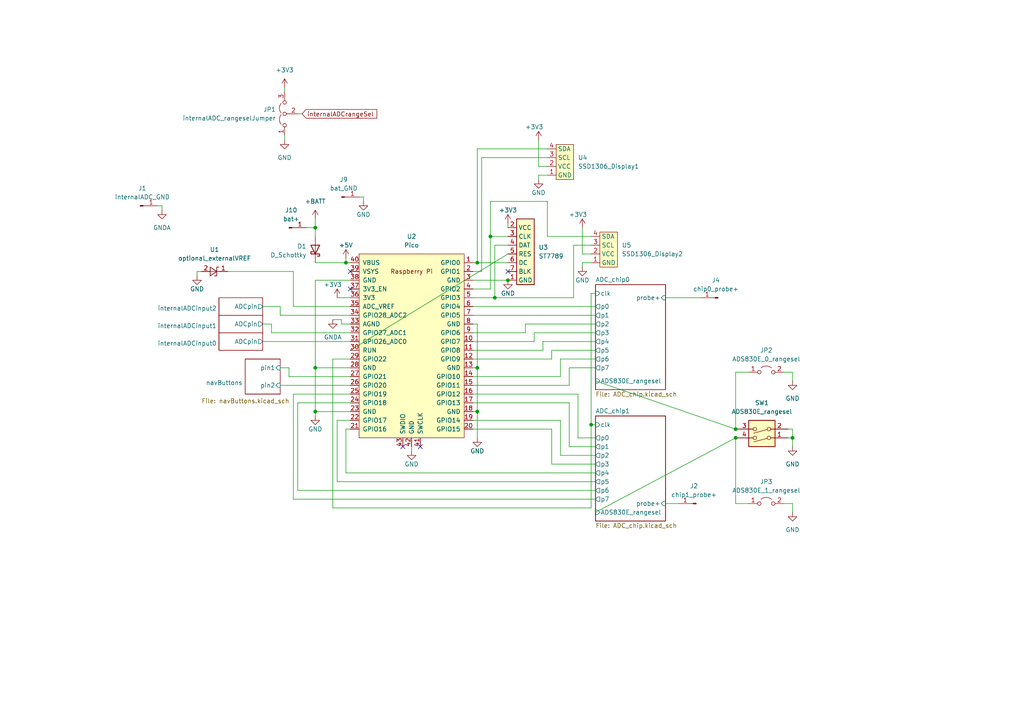
<source format=kicad_sch>
(kicad_sch (version 20211123) (generator eeschema)
  (paper "A4")
  (lib_symbols
    (symbol "Connector:Conn_01x01_Male" (pin_names (offset 1.016) hide)
      (property "Reference" "J" (at 0 2.54 0))
      (property "Value" "Conn_01x01_Male" (at 0 -2.54 0))
      (symbol "Conn_01x01_Male_1_1"
        (polyline (pts (xy 1.27 0) (xy 0.8636 0)) (stroke (width 0.1524)))
        (rectangle (start 0.8636 0.127) (end 0 -0.127) (stroke (width 0.1524)) (fill (type outline)))
        (pin passive line (at 5.08 0 180) (length 3.81) (name "Pin_1") (number "1"))
      )
    )
    (symbol "Device:D_Schottky" (pin_numbers hide) (pin_names (offset 1.016) hide)
      (property "Reference" "D" (at 0 2.54 0))
      (property "Value" "D_Schottky" (at 0 -2.54 0))
      (symbol "D_Schottky_0_1"
        (polyline (pts (xy 1.27 0) (xy -1.27 0)))
        (polyline (pts (xy 1.27 1.27) (xy 1.27 -1.27) (xy -1.27 0) (xy 1.27 1.27)) (stroke (width 0.254)))
        (polyline (pts (xy -1.905 0.635) (xy -1.905 1.27) (xy -1.27 1.27) (xy -1.27 -1.27) (xy -0.635 -1.27) (xy -0.635 -0.635)) (stroke (width 0.254)))
      )
      (symbol "D_Schottky_1_1"
        (pin passive line (at -3.81 0 0) (length 2.54) (name "K") (number "1"))
        (pin passive line (at 3.81 0 180) (length 2.54) (name "A") (number "2"))
      )
    )
    (symbol "Jumper:Jumper_2_Open" (pin_names (offset 0) hide)
      (property "Reference" "JP" (at 0 2.794 0))
      (property "Value" "Jumper_2_Open" (at 0 -2.286 0))
      (symbol "Jumper_2_Open_0_0"
        (circle (center -2.032 0) (radius 0.508))
        (circle (center 2.032 0) (radius 0.508))
      )
      (symbol "Jumper_2_Open_0_1"
        (arc (start 1.524 1.27) (mid 0 1.778) (end -1.524 1.27))
      )
      (symbol "Jumper_2_Open_1_1"
        (pin passive line (at -5.08 0 0) (length 2.54) (name "A") (number "1"))
        (pin passive line (at 5.08 0 180) (length 2.54) (name "B") (number "2"))
      )
    )
    (symbol "Jumper:Jumper_3_Open" (pin_names (offset 0) hide)
      (property "Reference" "JP" (at -2.54 -2.54 0))
      (property "Value" "Jumper_3_Open" (at 0 2.794 0))
      (symbol "Jumper_3_Open_0_0"
        (circle (center -3.302 0) (radius 0.508))
        (circle (center 0 0) (radius 0.508))
        (circle (center 3.302 0) (radius 0.508))
      )
      (symbol "Jumper_3_Open_0_1"
        (arc (start -0.254 1.016) (mid -1.651 1.4992) (end -3.048 1.016))
        (polyline (pts (xy 0 -0.508) (xy 0 -1.27)))
        (arc (start 3.048 1.016) (mid 1.651 1.4992) (end 0.254 1.016))
      )
      (symbol "Jumper_3_Open_1_1"
        (pin passive line (at -6.35 0 0) (length 2.54) (name "A") (number "1"))
        (pin passive line (at 0 -3.81 90) (length 2.54) (name "C") (number "2"))
        (pin passive line (at 6.35 0 180) (length 2.54) (name "B") (number "3"))
      )
    )
    (symbol "RPi_Pico:Pico" (pin_names (offset 1.016))
      (property "Reference" "U" (at -13.97 27.94 0))
      (property "Value" "Pico" (at 0 19.05 0))
      (symbol "Pico_0_0"
        (text "Raspberry Pi" (at 0 21.59 0) (effects (font (size 1.27 1.27))))
      )
      (symbol "Pico_0_1"
        (rectangle (start -15.24 26.67) (end 15.24 -26.67) (fill (type background)))
      )
      (symbol "Pico_1_1"
        (pin bidirectional line (at -17.78 24.13 0) (length 2.54) (name "GPIO0") (number "1"))
        (pin bidirectional line (at -17.78 1.27 0) (length 2.54) (name "GPIO7") (number "10"))
        (pin bidirectional line (at -17.78 -1.27 0) (length 2.54) (name "GPIO8") (number "11"))
        (pin bidirectional line (at -17.78 -3.81 0) (length 2.54) (name "GPIO9") (number "12"))
        (pin power_in line (at -17.78 -6.35 0) (length 2.54) (name "GND") (number "13"))
        (pin bidirectional line (at -17.78 -8.89 0) (length 2.54) (name "GPIO10") (number "14"))
        (pin bidirectional line (at -17.78 -11.43 0) (length 2.54) (name "GPIO11") (number "15"))
        (pin bidirectional line (at -17.78 -13.97 0) (length 2.54) (name "GPIO12") (number "16"))
        (pin bidirectional line (at -17.78 -16.51 0) (length 2.54) (name "GPIO13") (number "17"))
        (pin power_in line (at -17.78 -19.05 0) (length 2.54) (name "GND") (number "18"))
        (pin bidirectional line (at -17.78 -21.59 0) (length 2.54) (name "GPIO14") (number "19"))
        (pin bidirectional line (at -17.78 21.59 0) (length 2.54) (name "GPIO1") (number "2"))
        (pin bidirectional line (at -17.78 -24.13 0) (length 2.54) (name "GPIO15") (number "20"))
        (pin bidirectional line (at 17.78 -24.13 180) (length 2.54) (name "GPIO16") (number "21"))
        (pin bidirectional line (at 17.78 -21.59 180) (length 2.54) (name "GPIO17") (number "22"))
        (pin power_in line (at 17.78 -19.05 180) (length 2.54) (name "GND") (number "23"))
        (pin bidirectional line (at 17.78 -16.51 180) (length 2.54) (name "GPIO18") (number "24"))
        (pin bidirectional line (at 17.78 -13.97 180) (length 2.54) (name "GPIO19") (number "25"))
        (pin bidirectional line (at 17.78 -11.43 180) (length 2.54) (name "GPIO20") (number "26"))
        (pin bidirectional line (at 17.78 -8.89 180) (length 2.54) (name "GPIO21") (number "27"))
        (pin power_in line (at 17.78 -6.35 180) (length 2.54) (name "GND") (number "28"))
        (pin bidirectional line (at 17.78 -3.81 180) (length 2.54) (name "GPIO22") (number "29"))
        (pin power_in line (at -17.78 19.05 0) (length 2.54) (name "GND") (number "3"))
        (pin input line (at 17.78 -1.27 180) (length 2.54) (name "RUN") (number "30"))
        (pin bidirectional line (at 17.78 1.27 180) (length 2.54) (name "GPIO26_ADC0") (number "31"))
        (pin bidirectional line (at 17.78 3.81 180) (length 2.54) (name "GPIO27_ADC1") (number "32"))
        (pin power_in line (at 17.78 6.35 180) (length 2.54) (name "AGND") (number "33"))
        (pin bidirectional line (at 17.78 8.89 180) (length 2.54) (name "GPIO28_ADC2") (number "34"))
        (pin unspecified line (at 17.78 11.43 180) (length 2.54) (name "ADC_VREF") (number "35"))
        (pin unspecified line (at 17.78 13.97 180) (length 2.54) (name "3V3") (number "36"))
        (pin input line (at 17.78 16.51 180) (length 2.54) (name "3V3_EN") (number "37"))
        (pin bidirectional line (at 17.78 19.05 180) (length 2.54) (name "GND") (number "38"))
        (pin unspecified line (at 17.78 21.59 180) (length 2.54) (name "VSYS") (number "39"))
        (pin bidirectional line (at -17.78 16.51 0) (length 2.54) (name "GPIO2") (number "4"))
        (pin unspecified line (at 17.78 24.13 180) (length 2.54) (name "VBUS") (number "40"))
        (pin input line (at -2.54 -29.21 90) (length 2.54) (name "SWCLK") (number "41"))
        (pin power_in line (at 0 -29.21 90) (length 2.54) (name "GND") (number "42"))
        (pin bidirectional line (at 2.54 -29.21 90) (length 2.54) (name "SWDIO") (number "43"))
        (pin bidirectional line (at -17.78 13.97 0) (length 2.54) (name "GPIO3") (number "5"))
        (pin bidirectional line (at -17.78 11.43 0) (length 2.54) (name "GPIO4") (number "6"))
        (pin bidirectional line (at -17.78 8.89 0) (length 2.54) (name "GPIO5") (number "7"))
        (pin power_in line (at -17.78 6.35 0) (length 2.54) (name "GND") (number "8"))
        (pin bidirectional line (at -17.78 3.81 0) (length 2.54) (name "GPIO6") (number "9"))
      )
    )
    (symbol "Reference_Voltage:LM4040DBZ-3" (pin_names (offset 0.0254) hide)
      (property "Reference" "U" (at 0 2.54 0))
      (property "Value" "LM4040DBZ-3" (at 0 -3.175 0))
      (symbol "LM4040DBZ-3_0_1"
        (polyline (pts (xy -1.27 0) (xy 0 0) (xy 1.27 0)))
        (polyline (pts (xy -1.27 -1.27) (xy 0.635 0) (xy -1.27 1.27) (xy -1.27 -1.27)) (stroke (width 0.2032)))
        (polyline (pts (xy 0 -1.27) (xy 0.635 -1.27) (xy 0.635 1.27) (xy 1.27 1.27)) (stroke (width 0.2032)))
      )
      (symbol "LM4040DBZ-3_1_1"
        (pin passive line (at 3.81 0 180) (length 2.54) (name "K") (number "1"))
        (pin passive line (at -3.81 0 0) (length 2.54) (name "A") (number "2"))
      )
    )
    (symbol "Switch:SW_DIP_x02" (pin_names (offset 0) hide)
      (property "Reference" "SW" (at 0 6.35 0))
      (property "Value" "SW_DIP_x02" (at 0 -3.81 0))
      (symbol "SW_DIP_x02_0_0"
        (circle (center -2.032 0) (radius 0.508))
        (circle (center -2.032 2.54) (radius 0.508))
        (polyline (pts (xy -1.524 0.127) (xy 2.3622 1.1684)))
        (polyline (pts (xy -1.524 2.667) (xy 2.3622 3.7084)))
        (circle (center 2.032 0) (radius 0.508))
        (circle (center 2.032 2.54) (radius 0.508))
      )
      (symbol "SW_DIP_x02_0_1"
        (rectangle (start -3.81 5.08) (end 3.81 -2.54) (stroke (width 0.254)) (fill (type background)))
      )
      (symbol "SW_DIP_x02_1_1"
        (pin passive line (at -7.62 2.54 0) (length 5.08) (name "~") (number "1"))
        (pin passive line (at -7.62 0 0) (length 5.08) (name "~") (number "2"))
        (pin passive line (at 7.62 0 180) (length 5.08) (name "~") (number "3"))
        (pin passive line (at 7.62 2.54 180) (length 5.08) (name "~") (number "4"))
      )
    )
    (symbol "customStuff:SSD1306_Display"
      (property "Reference" "U" (at 0 -3.81 0))
      (property "Value" "SSD1306_Display" (at -1.27 -16.51 0))
      (symbol "SSD1306_Display_0_1"
        (rectangle (start -1.27 -5.08) (end 3.81 -15.24) (fill (type background)))
      )
      (symbol "SSD1306_Display_1_1"
        (pin power_in line (at -3.81 -13.97 0) (length 2.54) (name "GND") (number "1"))
        (pin power_in line (at -3.81 -11.43 0) (length 2.54) (name "VCC") (number "2"))
        (pin bidirectional line (at -3.81 -8.89 0) (length 2.54) (name "SCL") (number "3"))
        (pin bidirectional line (at -3.81 -6.35 0) (length 2.54) (name "SDA") (number "4"))
      )
    )
    (symbol "customStuff:ST7789"
      (property "Reference" "U" (at 0 -10.16 0))
      (property "Value" "ST7789" (at 0 11.43 0))
      (symbol "ST7789_0_1"
        (rectangle (start -2.54 10.16) (end 2.54 -8.89) (stroke (width 0.254)) (fill (type background)))
      )
      (symbol "ST7789_1_1"
        (pin bidirectional line (at -5.08 -7.62 0) (length 2.54) (name "GND") (number "1"))
        (pin bidirectional line (at -5.08 7.62 0) (length 2.54) (name "VCC") (number "2"))
        (pin bidirectional line (at -5.08 5.08 0) (length 2.54) (name "CLK") (number "3"))
        (pin bidirectional line (at -5.08 2.54 0) (length 2.54) (name "DAT") (number "4"))
        (pin bidirectional line (at -5.08 0 0) (length 2.54) (name "RES") (number "5"))
        (pin bidirectional line (at -5.08 -2.54 0) (length 2.54) (name "DC") (number "6"))
        (pin bidirectional line (at -5.08 -5.08 0) (length 2.54) (name "BLK") (number "7"))
      )
    )
    (symbol "power:+3.3V" (power) (pin_names (offset 0))
      (property "Value" "+3.3V" (at 0 3.556 0))
      (symbol "+3.3V_0_1"
        (polyline (pts (xy -0.762 1.27) (xy 0 2.54)))
        (polyline (pts (xy 0 0) (xy 0 2.54)))
        (polyline (pts (xy 0 2.54) (xy 0.762 1.27)))
      )
      (symbol "+3.3V_1_1"
        (pin power_in line (at 0 0 90) (length 0) hide (name "+3V3") (number "1"))
      )
    )
    (symbol "power:+5V" (power) (pin_names (offset 0))
      (property "Value" "+5V" (at 0 3.556 0))
      (symbol "+5V_0_1"
        (polyline (pts (xy -0.762 1.27) (xy 0 2.54)))
        (polyline (pts (xy 0 0) (xy 0 2.54)))
        (polyline (pts (xy 0 2.54) (xy 0.762 1.27)))
      )
      (symbol "+5V_1_1"
        (pin power_in line (at 0 0 90) (length 0) hide (name "+5V") (number "1"))
      )
    )
    (symbol "power:+BATT" (power) (pin_names (offset 0))
      (property "Value" "+BATT" (at 0 3.556 0))
      (symbol "+BATT_0_1"
        (polyline (pts (xy -0.762 1.27) (xy 0 2.54)))
        (polyline (pts (xy 0 0) (xy 0 2.54)))
        (polyline (pts (xy 0 2.54) (xy 0.762 1.27)))
      )
      (symbol "+BATT_1_1"
        (pin power_in line (at 0 0 90) (length 0) hide (name "+BATT") (number "1"))
      )
    )
    (symbol "power:GND" (power) (pin_names (offset 0))
      (property "Value" "GND" (at 0 -3.81 0))
      (symbol "GND_0_1"
        (polyline (pts (xy 0 0) (xy 0 -1.27) (xy 1.27 -1.27) (xy 0 -2.54) (xy -1.27 -1.27) (xy 0 -1.27)))
      )
      (symbol "GND_1_1"
        (pin power_in line (at 0 0 270) (length 0) hide (name "GND") (number "1"))
      )
    )
    (symbol "power:GNDA" (power) (pin_names (offset 0))
      (property "Value" "GNDA" (at 0 -3.81 0))
      (symbol "GNDA_0_1"
        (polyline (pts (xy 0 0) (xy 0 -1.27) (xy 1.27 -1.27) (xy 0 -2.54) (xy -1.27 -1.27) (xy 0 -1.27)))
      )
      (symbol "GNDA_1_1"
        (pin power_in line (at 0 0 270) (length 0) hide (name "GNDA") (number "1"))
      )
    )
  )
  (junction (at 143.51 86.36))
  (junction (at 91.44 119.38))
  (junction (at 142.24 68.58))
  (junction (at 100.33 76.2))
  (junction (at 138.43 76.2))
  (junction (at 229.87 127))
  (junction (at 213.36 127))
  (junction (at 213.36 124.46))
  (junction (at 138.43 119.38))
  (junction (at 147.32 81.28))
  (junction (at 138.43 106.68))
  (junction (at 91.44 66.04))
  (junction (at 91.44 106.68))
  (junction (at 171.45 123.19))
  (no_connect (at 101.6 83.82))
  (no_connect (at 147.32 78.74))
  (no_connect (at 101.6 78.74))
  (no_connect (at 116.84 129.54))
  (no_connect (at 121.92 129.54))
  (wire (pts (xy 99.06 92.71) (xy 99.06 93.98)))
  (wire (pts (xy 91.44 120.65) (xy 91.44 119.38)))
  (wire (pts (xy 172.72 96.52) (xy 154.94 96.52)))
  (wire (pts (xy 91.44 66.04) (xy 91.44 68.58)))
  (wire (pts (xy 138.43 43.18) (xy 138.43 76.2)))
  (wire (pts (xy 99.06 93.98) (xy 101.6 93.98)))
  (wire (pts (xy 101.6 91.44) (xy 81.28 91.44)))
  (wire (pts (xy 91.44 76.2) (xy 100.33 76.2)))
  (wire (pts (xy 171.45 71.12) (xy 166.37 71.12)))
  (wire (pts (xy 167.64 127) (xy 167.64 114.3)))
  (wire (pts (xy 119.38 130.81) (xy 119.38 129.54)))
  (wire (pts (xy 142.24 83.82) (xy 142.24 68.58)))
  (wire (pts (xy 229.87 127) (xy 229.87 129.54)))
  (wire (pts (xy 171.45 147.32) (xy 171.45 123.19)))
  (wire (pts (xy 147.32 64.77) (xy 147.32 66.04)))
  (wire (pts (xy 83.82 109.22) (xy 83.82 106.68)))
  (wire (pts (xy 81.28 88.9) (xy 76.2 88.9)))
  (wire (pts (xy 196.85 146.05) (xy 193.04 146.05)))
  (wire (pts (xy 157.48 101.6) (xy 157.48 99.06)))
  (wire (pts (xy 138.43 106.68) (xy 138.43 119.38)))
  (wire (pts (xy 147.32 81.28) (xy 137.16 81.28)))
  (wire (pts (xy 227.33 146.05) (xy 229.87 146.05)))
  (wire (pts (xy 78.74 93.98) (xy 78.74 96.52)))
  (wire (pts (xy 227.33 107.95) (xy 229.87 107.95)))
  (wire (pts (xy 156.21 52.07) (xy 156.21 50.8)))
  (wire (pts (xy 213.36 127) (xy 172.72 148.59)))
  (wire (pts (xy 172.72 106.68) (xy 165.1 106.68)))
  (wire (pts (xy 142.24 58.42) (xy 142.24 68.58)))
  (wire (pts (xy 100.33 76.2) (xy 101.6 76.2)))
  (wire (pts (xy 229.87 107.95) (xy 229.87 110.49)))
  (wire (pts (xy 85.09 78.74) (xy 85.09 88.9)))
  (wire (pts (xy 229.87 146.05) (xy 229.87 148.59)))
  (wire (pts (xy 160.02 101.6) (xy 160.02 104.14)))
  (wire (pts (xy 57.15 80.01) (xy 57.15 78.74)))
  (wire (pts (xy 172.72 123.19) (xy 171.45 123.19)))
  (wire (pts (xy 137.16 91.44) (xy 172.72 91.44)))
  (wire (pts (xy 162.56 104.14) (xy 162.56 109.22)))
  (wire (pts (xy 97.79 86.36) (xy 101.6 86.36)))
  (wire (pts (xy 78.74 96.52) (xy 101.6 96.52)))
  (wire (pts (xy 138.43 76.2) (xy 137.16 76.2)))
  (wire (pts (xy 168.91 66.04) (xy 168.91 73.66)))
  (wire (pts (xy 96.52 92.71) (xy 99.06 92.71)))
  (wire (pts (xy 137.16 124.46) (xy 160.02 124.46)))
  (wire (pts (xy 137.16 88.9) (xy 172.72 88.9)))
  (wire (pts (xy 82.55 25.4) (xy 82.55 26.67)))
  (wire (pts (xy 88.9 66.04) (xy 91.44 66.04)))
  (wire (pts (xy 162.56 132.08) (xy 162.56 121.92)))
  (wire (pts (xy 101.6 81.28) (xy 91.44 81.28)))
  (wire (pts (xy 100.33 137.16) (xy 172.72 137.16)))
  (wire (pts (xy 81.28 111.76) (xy 101.6 111.76)))
  (wire (pts (xy 165.1 106.68) (xy 165.1 111.76)))
  (wire (pts (xy 156.21 50.8) (xy 158.75 50.8)))
  (wire (pts (xy 87.63 33.02) (xy 86.36 33.02)))
  (wire (pts (xy 158.75 58.42) (xy 142.24 58.42)))
  (wire (pts (xy 137.16 83.82) (xy 142.24 83.82)))
  (wire (pts (xy 158.75 43.18) (xy 138.43 43.18)))
  (wire (pts (xy 101.6 124.46) (xy 100.33 124.46)))
  (wire (pts (xy 154.94 96.52) (xy 154.94 99.06)))
  (wire (pts (xy 81.28 91.44) (xy 81.28 88.9)))
  (wire (pts (xy 152.4 93.98) (xy 172.72 93.98)))
  (wire (pts (xy 91.44 119.38) (xy 101.6 119.38)))
  (wire (pts (xy 160.02 104.14) (xy 137.16 104.14)))
  (wire (pts (xy 171.45 68.58) (xy 158.75 68.58)))
  (wire (pts (xy 168.91 73.66) (xy 171.45 73.66)))
  (wire (pts (xy 96.52 104.14) (xy 96.52 147.32)))
  (wire (pts (xy 101.6 104.14) (xy 96.52 104.14)))
  (wire (pts (xy 172.72 132.08) (xy 162.56 132.08)))
  (wire (pts (xy 104.14 57.15) (xy 105.41 57.15)))
  (wire (pts (xy 168.91 76.2) (xy 171.45 76.2)))
  (wire (pts (xy 85.09 144.78) (xy 85.09 114.3)))
  (wire (pts (xy 85.09 88.9) (xy 101.6 88.9)))
  (wire (pts (xy 229.87 124.46) (xy 229.87 127)))
  (wire (pts (xy 157.48 99.06) (xy 172.72 99.06)))
  (wire (pts (xy 162.56 104.14) (xy 172.72 104.14)))
  (wire (pts (xy 137.16 119.38) (xy 138.43 119.38)))
  (wire (pts (xy 160.02 101.6) (xy 172.72 101.6)))
  (wire (pts (xy 162.56 109.22) (xy 137.16 109.22)))
  (wire (pts (xy 139.7 45.72) (xy 139.7 78.74)))
  (wire (pts (xy 105.41 58.42) (xy 105.41 57.15)))
  (wire (pts (xy 142.24 68.58) (xy 147.32 68.58)))
  (wire (pts (xy 101.6 106.68) (xy 91.44 106.68)))
  (wire (pts (xy 76.2 99.06) (xy 101.6 99.06)))
  (wire (pts (xy 137.16 96.52) (xy 152.4 96.52)))
  (wire (pts (xy 137.16 93.98) (xy 138.43 93.98)))
  (wire (pts (xy 203.2 86.36) (xy 193.04 86.36)))
  (wire (pts (xy 166.37 86.36) (xy 143.51 86.36)))
  (wire (pts (xy 156.21 40.64) (xy 156.21 48.26)))
  (wire (pts (xy 66.04 78.74) (xy 85.09 78.74)))
  (wire (pts (xy 139.7 45.72) (xy 158.75 45.72)))
  (wire (pts (xy 147.32 76.2) (xy 138.43 76.2)))
  (wire (pts (xy 166.37 71.12) (xy 166.37 86.36)))
  (wire (pts (xy 143.51 86.36) (xy 137.16 86.36)))
  (wire (pts (xy 213.36 107.95) (xy 213.36 124.46)))
  (wire (pts (xy 165.1 129.54) (xy 172.72 129.54)))
  (wire (pts (xy 91.44 81.28) (xy 91.44 106.68)))
  (wire (pts (xy 86.36 142.24) (xy 172.72 142.24)))
  (wire (pts (xy 217.17 107.95) (xy 213.36 107.95)))
  (wire (pts (xy 147.32 71.12) (xy 143.51 71.12)))
  (wire (pts (xy 46.99 60.96) (xy 46.99 59.69)))
  (wire (pts (xy 228.6 124.46) (xy 229.87 124.46)))
  (wire (pts (xy 160.02 124.46) (xy 160.02 134.62)))
  (wire (pts (xy 147.32 73.66) (xy 101.6 101.6)))
  (wire (pts (xy 45.72 59.69) (xy 46.99 59.69)))
  (wire (pts (xy 167.64 114.3) (xy 137.16 114.3)))
  (wire (pts (xy 137.16 106.68) (xy 138.43 106.68)))
  (wire (pts (xy 100.33 124.46) (xy 100.33 137.16)))
  (wire (pts (xy 97.79 139.7) (xy 97.79 121.92)))
  (wire (pts (xy 138.43 93.98) (xy 138.43 106.68)))
  (wire (pts (xy 213.36 146.05) (xy 217.17 146.05)))
  (wire (pts (xy 165.1 116.84) (xy 165.1 129.54)))
  (wire (pts (xy 162.56 121.92) (xy 137.16 121.92)))
  (wire (pts (xy 168.91 77.47) (xy 168.91 76.2)))
  (wire (pts (xy 213.36 127) (xy 213.36 146.05)))
  (wire (pts (xy 156.21 48.26) (xy 158.75 48.26)))
  (wire (pts (xy 137.16 116.84) (xy 165.1 116.84)))
  (wire (pts (xy 91.44 63.5) (xy 91.44 66.04)))
  (wire (pts (xy 165.1 111.76) (xy 137.16 111.76)))
  (wire (pts (xy 172.72 127) (xy 167.64 127)))
  (wire (pts (xy 171.45 85.09) (xy 172.72 85.09)))
  (wire (pts (xy 91.44 106.68) (xy 91.44 119.38)))
  (wire (pts (xy 213.36 124.46) (xy 172.72 110.49)))
  (wire (pts (xy 139.7 78.74) (xy 137.16 78.74)))
  (wire (pts (xy 143.51 71.12) (xy 143.51 86.36)))
  (wire (pts (xy 101.6 116.84) (xy 86.36 116.84)))
  (wire (pts (xy 100.33 74.93) (xy 100.33 76.2)))
  (wire (pts (xy 86.36 116.84) (xy 86.36 142.24)))
  (wire (pts (xy 160.02 134.62) (xy 172.72 134.62)))
  (wire (pts (xy 172.72 144.78) (xy 85.09 144.78)))
  (wire (pts (xy 137.16 101.6) (xy 157.48 101.6)))
  (wire (pts (xy 158.75 68.58) (xy 158.75 58.42)))
  (wire (pts (xy 57.15 78.74) (xy 58.42 78.74)))
  (wire (pts (xy 76.2 93.98) (xy 78.74 93.98)))
  (wire (pts (xy 83.82 106.68) (xy 81.28 106.68)))
  (wire (pts (xy 96.52 147.32) (xy 171.45 147.32)))
  (wire (pts (xy 97.79 121.92) (xy 101.6 121.92)))
  (wire (pts (xy 85.09 114.3) (xy 101.6 114.3)))
  (wire (pts (xy 172.72 139.7) (xy 97.79 139.7)))
  (wire (pts (xy 138.43 119.38) (xy 138.43 127)))
  (wire (pts (xy 154.94 99.06) (xy 137.16 99.06)))
  (wire (pts (xy 101.6 109.22) (xy 83.82 109.22)))
  (wire (pts (xy 228.6 127) (xy 229.87 127)))
  (wire (pts (xy 171.45 123.19) (xy 171.45 85.09)))
  (wire (pts (xy 82.55 40.64) (xy 82.55 39.37)))
  (wire (pts (xy 152.4 96.52) (xy 152.4 93.98)))
  (global_label "internalADCrangeSel" (shape input) (at 87.63 33.02 0) (property "Intersheet References" "${INTERSHEET_REFS}" (effects hide)))
  (symbol (lib_id "RPi_Pico:Pico") (at 119.38 100.33 0) (mirror y) (unit 1)
    (property "Reference" "U2" (at 119.38 68.58 0))
    (property "Value" "Pico" (at 119.38 71.12 0))
    (property "Footprint" "RPi_Pico:RPi_Pico_SMD_TH" (effects hide))
  )
  (symbol (lib_id "power:+3.3V") (at 168.91 66.04 0) (unit 1)
    (property "Reference" "#PWR0106" (effects hide))
    (property "Value" "+3.3V" (at 167.64 62.23 0))
  )
  (symbol (lib_id "power:GND") (at 229.87 110.49 0) (unit 1)
    (property "Reference" "#PWR0120" (effects hide))
    (property "Value" "GND" (at 229.87 115.57 0))
  )
  (symbol (lib_id "power:GND") (at 82.55 40.64 0) (unit 1)
    (property "Reference" "#PWR0114" (effects hide))
    (property "Value" "GND" (at 82.55 45.72 0))
  )
  (symbol (lib_id "power:GND") (at 105.41 58.42 0) (unit 1)
    (property "Reference" "#PWR0163" (effects hide))
    (property "Value" "GND" (at 105.41 62.23 0))
  )
  (symbol (lib_id "customStuff:ST7789") (at 152.4 73.66 0) (unit 1)
    (property "Reference" "U3" (at 156.21 71.7549 0) (effects (justify left)))
    (property "Value" "ST7789" (at 156.21 74.2949 0) (effects (justify left)))
    (property "Footprint" "Connector_PinHeader_2.54mm:PinHeader_1x07_P2.54mm_Vertical" (effects hide))
  )
  (symbol (lib_id "power:GND") (at 229.87 148.59 0) (unit 1)
    (property "Reference" "#PWR0119" (effects hide))
    (property "Value" "GND" (at 229.87 153.67 0))
  )
  (symbol (lib_id "Switch:SW_DIP_x02") (at 220.98 124.46 180) (unit 1)
    (property "Reference" "SW1" (at 220.98 116.84 0))
    (property "Value" "ADS830E_rangesel" (at 220.98 119.38 0))
    (property "Footprint" "Package_DIP:DIP-4_W7.62mm" (effects hide))
  )
  (symbol (lib_id "power:GND") (at 138.43 127 0) (unit 1)
    (property "Reference" "#PWR0116" (effects hide))
    (property "Value" "GND" (at 138.43 130.81 0))
  )
  (symbol (lib_id "Jumper:Jumper_2_Open") (at 222.25 107.95 0) (unit 1)
    (property "Reference" "JP2" (at 222.25 101.6 0))
    (property "Value" "ADS830E_0_rangesel" (at 222.25 104.14 0))
    (property "Footprint" "customStuff:universalMixed" (effects hide))
  )
  (symbol (lib_id "power:GNDA") (at 96.52 92.71 0) (unit 1)
    (property "Reference" "#PWR0102" (effects hide))
    (property "Value" "GNDA" (at 96.52 97.79 0))
  )
  (symbol (lib_id "Connector:Conn_01x01_Male") (at 201.93 146.05 180) (unit 1)
    (property "Reference" "J2" (at 201.295 140.97 0))
    (property "Value" "chip1_probe+" (at 201.295 143.51 0))
    (property "Footprint" "Connector_Wire:SolderWire-0.5sqmm_1x01_D0.9mm_OD2.1mm_Relief" (effects hide))
  )
  (symbol (lib_id "power:GND") (at 156.21 52.07 0) (unit 1)
    (property "Reference" "#PWR0109" (effects hide))
    (property "Value" "GND" (at 156.21 55.88 0))
  )
  (symbol (lib_id "Jumper:Jumper_2_Open") (at 222.25 146.05 0) (unit 1)
    (property "Reference" "JP3" (at 222.25 139.7 0))
    (property "Value" "ADS830E_1_rangesel" (at 222.25 142.24 0))
    (property "Footprint" "customStuff:universalMixed" (effects hide))
  )
  (symbol (lib_id "power:+3.3V") (at 97.79 86.36 0) (unit 1)
    (property "Reference" "#PWR0101" (effects hide))
    (property "Value" "+3.3V" (at 96.52 82.55 0))
  )
  (symbol (lib_id "power:+3.3V") (at 147.32 64.77 0) (unit 1)
    (property "Reference" "#PWR0110" (effects hide))
    (property "Value" "+3.3V" (at 147.32 60.96 0))
  )
  (symbol (lib_id "power:+5V") (at 100.33 74.93 0) (unit 1)
    (property "Reference" "#PWR0112" (effects hide))
    (property "Value" "+5V" (at 100.33 71.12 0))
  )
  (symbol (lib_id "Reference_Voltage:LM4040DBZ-3") (at 62.23 78.74 0) (unit 1)
    (property "Reference" "U1" (at 62.23 72.39 0))
    (property "Value" "optional_externalVREF" (at 62.23 74.93 0))
    (property "Footprint" "customStuff:universalMixed" (effects hide))
    (property "Datasheet" "http://www.ti.com/lit/ds/symlink/lm4040-n.pdf" (effects hide))
  )
  (symbol (lib_id "Device:D_Schottky") (at 91.44 72.39 270) (mirror x) (unit 1)
    (property "Reference" "D1" (at 88.9 71.4374 90) (effects (justify right)))
    (property "Value" "D_Schottky" (at 88.9 73.9774 90) (effects (justify right)))
    (property "Footprint" "customStuff:universalMixedDiode" (effects hide))
  )
  (symbol (lib_id "Jumper:Jumper_3_Open") (at 82.55 33.02 90) (unit 1)
    (property "Reference" "JP1" (at 80.01 31.7499 90) (effects (justify left)))
    (property "Value" "internalADC_rangeselJumper" (at 80.01 34.2899 90) (effects (justify left)))
    (property "Footprint" "Connector_PinHeader_2.54mm:PinHeader_1x03_P2.54mm_Vertical" (effects hide))
  )
  (symbol (lib_id "customStuff:SSD1306_Display") (at 175.26 62.23 0) (unit 1)
    (property "Reference" "U5" (at 180.34 71.1199 0) (effects (justify left)))
    (property "Value" "SSD1306_Display2" (at 180.34 73.6599 0) (effects (justify left)))
    (property "Footprint" "Connector_PinSocket_2.54mm:PinSocket_1x04_P2.54mm_Vertical" (effects hide))
  )
  (symbol (lib_id "customStuff:SSD1306_Display") (at 162.56 36.83 0) (unit 1)
    (property "Reference" "U4" (at 167.64 45.7199 0) (effects (justify left)))
    (property "Value" "SSD1306_Display1" (at 167.64 48.2599 0) (effects (justify left)))
    (property "Footprint" "Connector_PinSocket_2.54mm:PinSocket_1x04_P2.54mm_Vertical" (effects hide))
  )
  (symbol (lib_id "power:+3.3V") (at 156.21 40.64 0) (unit 1)
    (property "Reference" "#PWR0111" (effects hide))
    (property "Value" "+3.3V" (at 154.94 36.83 0))
  )
  (symbol (lib_id "power:GND") (at 168.91 77.47 0) (unit 1)
    (property "Reference" "#PWR0105" (effects hide))
    (property "Value" "GND" (at 168.91 81.28 0))
  )
  (symbol (lib_id "power:GND") (at 91.44 120.65 0) (unit 1)
    (property "Reference" "#PWR0107" (effects hide))
    (property "Value" "GND" (at 91.44 124.46 0))
  )
  (symbol (lib_id "power:GND") (at 119.38 130.81 0) (unit 1)
    (property "Reference" "#PWR0117" (effects hide))
    (property "Value" "GND" (at 119.38 134.62 0))
  )
  (symbol (lib_id "Connector:Conn_01x01_Male") (at 83.82 66.04 0) (unit 1)
    (property "Reference" "J10" (at 84.455 60.96 0))
    (property "Value" "bat+" (at 84.455 63.5 0))
    (property "Footprint" "Connector_Wire:SolderWire-0.5sqmm_1x01_D0.9mm_OD2.1mm_Relief" (effects hide))
  )
  (symbol (lib_id "power:GND") (at 57.15 80.01 0) (unit 1)
    (property "Reference" "#PWR0103" (effects hide))
    (property "Value" "GND" (at 57.15 83.82 0))
  )
  (symbol (lib_id "power:GND") (at 229.87 129.54 0) (unit 1)
    (property "Reference" "#PWR0118" (effects hide))
    (property "Value" "GND" (at 229.87 134.62 0))
  )
  (symbol (lib_id "power:GND") (at 147.32 81.28 0) (unit 1)
    (property "Reference" "#PWR0108" (effects hide))
    (property "Value" "GND" (at 147.32 85.09 0))
  )
  (symbol (lib_id "Connector:Conn_01x01_Male") (at 99.06 57.15 0) (unit 1)
    (property "Reference" "J9" (at 99.695 52.07 0))
    (property "Value" "bat_GND" (at 99.695 54.61 0))
    (property "Footprint" "Connector_Wire:SolderWire-0.5sqmm_1x01_D0.9mm_OD2.1mm_Relief" (effects hide))
  )
  (symbol (lib_id "Connector:Conn_01x01_Male") (at 208.28 86.36 180) (unit 1)
    (property "Reference" "J4" (at 207.645 81.28 0))
    (property "Value" "chip0_probe+" (at 207.645 83.82 0))
    (property "Footprint" "Connector_Wire:SolderWirePad_1x01_SMD_5x10mm" (effects hide))
  )
  (symbol (lib_id "Connector:Conn_01x01_Male") (at 40.64 59.69 0) (unit 1)
    (property "Reference" "J1" (at 41.275 54.61 0))
    (property "Value" "internalADC_GND" (at 41.275 57.15 0))
    (property "Footprint" "Connector_Wire:SolderWire-0.5sqmm_1x01_D0.9mm_OD2.1mm_Relief" (effects hide))
  )
  (symbol (lib_id "power:GNDA") (at 46.99 60.96 0) (unit 1)
    (property "Reference" "#PWR0104" (effects hide))
    (property "Value" "GNDA" (at 46.99 66.04 0))
  )
  (symbol (lib_id "power:+BATT") (at 91.44 63.5 0) (unit 1)
    (property "Reference" "#PWR0113" (effects hide))
    (property "Value" "+BATT" (at 91.44 58.42 0))
  )
  (symbol (lib_id "power:+3.3V") (at 82.55 25.4 0) (unit 1)
    (property "Reference" "#PWR0115" (effects hide))
    (property "Value" "+3.3V" (at 82.55 20.32 0))
  )
  (sheet (at 63.5 96.52) (size 12.7 5.08) (stroke (width 0.1524))
    (property "Sheet name" "internalADCinput0" (at 45.72 100.33 0) (effects (justify left bottom)))
    (property "Sheet file" "untitled.kicad_sch" (effects hide))
    (pin "ADCpin" output (at 76.2 99.06 0))
  )
  (sheet (at 172.72 82.55) (size 20.32 30.48) (stroke (width 0.1524))
    (property "Sheet name" "ADC_chip0" (at 172.72 81.8384 0) (effects (justify left bottom)))
    (property "Sheet file" "ADC_chip.kicad_sch" (at 172.72 113.6146 0) (effects (justify left top)))
    (pin "p4" output (at 172.72 99.06 180))
    (pin "p7" output (at 172.72 106.68 180))
    (pin "p5" output (at 172.72 101.6 180))
    (pin "p6" output (at 172.72 104.14 180))
    (pin "clk" input (at 172.72 85.09 180))
    (pin "p3" output (at 172.72 96.52 180))
    (pin "p1" output (at 172.72 91.44 180))
    (pin "p0" output (at 172.72 88.9 180))
    (pin "p2" output (at 172.72 93.98 180))
    (pin "ADS830E_rangesel" input (at 172.72 110.49 180))
    (pin "probe+" input (at 193.04 86.36 0))
  )
  (sheet (at 63.5 91.44) (size 12.7 5.08) (stroke (width 0.1524))
    (property "Sheet name" "internalADCinput1" (at 45.72 95.25 0) (effects (justify left bottom)))
    (property "Sheet file" "untitled.kicad_sch" (effects hide))
    (pin "ADCpin" output (at 76.2 93.98 0))
  )
  (sheet (at 63.5 86.36) (size 12.7 5.08) (stroke (width 0.1524))
    (property "Sheet name" "internalADCinput2" (at 45.72 90.17 0) (effects (justify left bottom)))
    (property "Sheet file" "untitled.kicad_sch" (effects hide))
    (pin "ADCpin" output (at 76.2 88.9 0))
  )
  (sheet (at 71.12 104.14) (size 10.16 10.16) (stroke (width 0.1524))
    (property "Sheet name" "navButtons" (at 59.69 111.76 0) (effects (justify left bottom)))
    (property "Sheet file" "navButtons.kicad_sch" (at 58.42 115.57 0) (effects (justify left top)))
    (pin "pin1" input (at 81.28 106.68 0))
    (pin "pin2" input (at 81.28 111.76 0))
  )
  (sheet (at 172.72 120.65) (size 20.32 30.48) (stroke (width 0.1524))
    (property "Sheet name" "ADC_chip1" (at 172.72 119.9384 0) (effects (justify left bottom)))
    (property "Sheet file" "ADC_chip.kicad_sch" (at 172.72 151.7146 0) (effects (justify left top)))
    (pin "p4" output (at 172.72 137.16 180))
    (pin "p7" output (at 172.72 144.78 180))
    (pin "p5" output (at 172.72 139.7 180))
    (pin "p6" output (at 172.72 142.24 180))
    (pin "clk" input (at 172.72 123.19 180))
    (pin "p3" output (at 172.72 134.62 180))
    (pin "p1" output (at 172.72 129.54 180))
    (pin "p0" output (at 172.72 127 180))
    (pin "p2" output (at 172.72 132.08 180))
    (pin "ADS830E_rangesel" input (at 172.72 148.59 180))
    (pin "probe+" input (at 193.04 146.05 0))
  )
)
</source>
